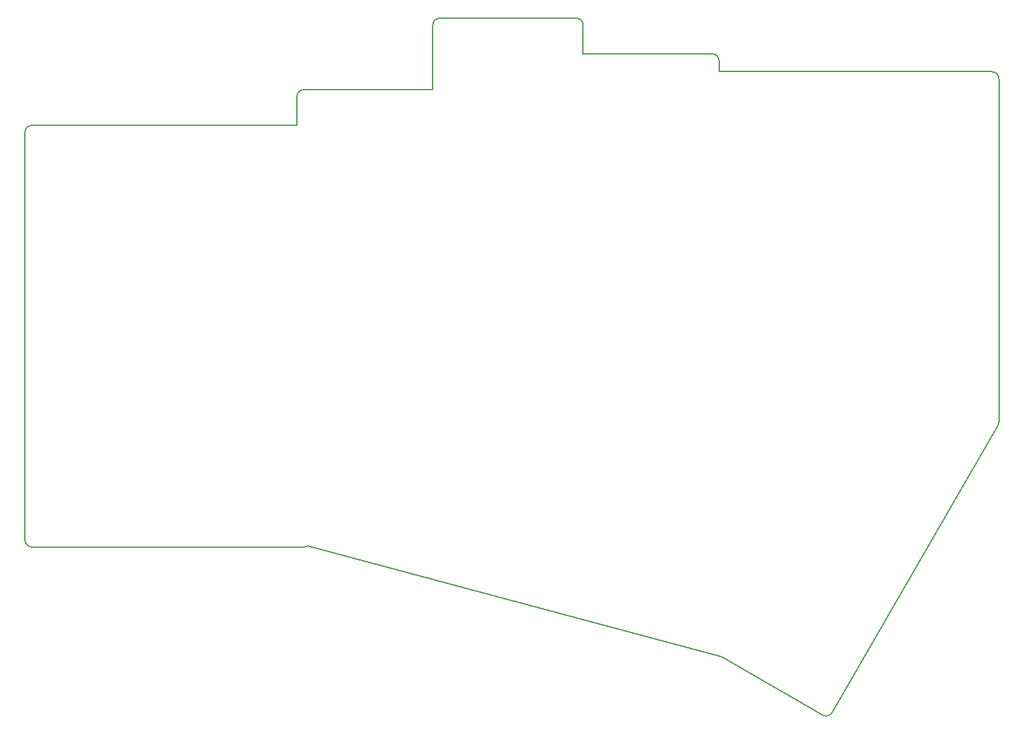
<source format=gbr>
%TF.GenerationSoftware,KiCad,Pcbnew,8.0.6*%
%TF.CreationDate,2024-12-04T22:19:36+00:00*%
%TF.ProjectId,prototype_routed,70726f74-6f74-4797-9065-5f726f757465,v1.0.0*%
%TF.SameCoordinates,Original*%
%TF.FileFunction,Profile,NP*%
%FSLAX46Y46*%
G04 Gerber Fmt 4.6, Leading zero omitted, Abs format (unit mm)*
G04 Created by KiCad (PCBNEW 8.0.6) date 2024-12-04 22:19:36*
%MOMM*%
%LPD*%
G01*
G04 APERTURE LIST*
%TA.AperFunction,Profile*%
%ADD10C,0.150000*%
%TD*%
G04 APERTURE END LIST*
D10*
X235855778Y-186523615D02*
X249940407Y-194655378D01*
X216512500Y-102162501D02*
X216512499Y-98162501D01*
X195512500Y-98162501D02*
G75*
G02*
X196512500Y-97162500I1000000J1D01*
G01*
X274612501Y-153654113D02*
X274612500Y-105662501D01*
X195512499Y-107162500D02*
X177512500Y-107162500D01*
X234512499Y-102162500D02*
G75*
G02*
X235512500Y-103162500I1J-1000000D01*
G01*
X235512499Y-104662501D02*
X235512500Y-103162500D01*
X251306432Y-194289355D02*
X251331432Y-194246054D01*
X215512500Y-97162500D02*
X196512500Y-97162500D01*
X139512501Y-112162500D02*
X176512499Y-112162499D01*
X139512500Y-171162499D02*
X177512500Y-171162500D01*
X251306432Y-194289355D02*
G75*
G02*
X249940393Y-194655402I-866032J499955D01*
G01*
X274612501Y-153654113D02*
G75*
G02*
X274478520Y-154154112I-1000001J13D01*
G01*
X234512499Y-102162500D02*
X216512500Y-102162501D01*
X215512500Y-97162500D02*
G75*
G02*
X216512500Y-98162501I0J-1000000D01*
G01*
X178017178Y-171025807D02*
X235855778Y-186523615D01*
X138512500Y-170162501D02*
X138512499Y-113162501D01*
X251331435Y-194246053D02*
X274478524Y-154154114D01*
X139512500Y-171162499D02*
G75*
G02*
X138512501Y-170162501I0J999999D01*
G01*
X273612500Y-104662500D02*
G75*
G02*
X274612500Y-105662501I0J-1000000D01*
G01*
X176512499Y-108162501D02*
X176512499Y-112162499D01*
X235512499Y-104662501D02*
X273612500Y-104662500D01*
X138512499Y-113162501D02*
G75*
G02*
X139512501Y-112162499I1000001J1D01*
G01*
X195512500Y-98162501D02*
X195512499Y-107162500D01*
X176512499Y-108162501D02*
G75*
G02*
X177512500Y-107162499I1000001J1D01*
G01*
X178017178Y-171025807D02*
G75*
G02*
X177512500Y-171162499I-504678J863307D01*
G01*
M02*

</source>
